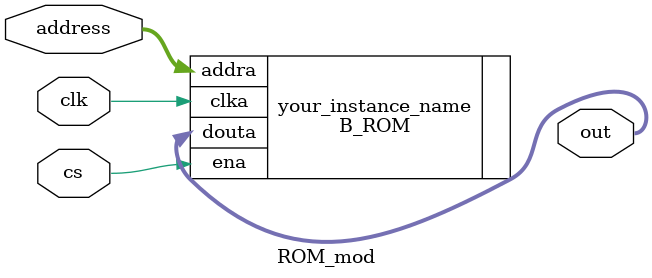
<source format=v>
`timescale 1ns / 1ps
module ROM_mod(
    input clk,
    input cs,
    input [2:0] address,
    output [7:0] out
    );

B_ROM your_instance_name (
  .clka(clk), // input clka
  .ena(cs), // input ena
  .addra(address), // input [2 : 0] addra
  .douta(out) // output [7 : 0] douta
);

endmodule

</source>
